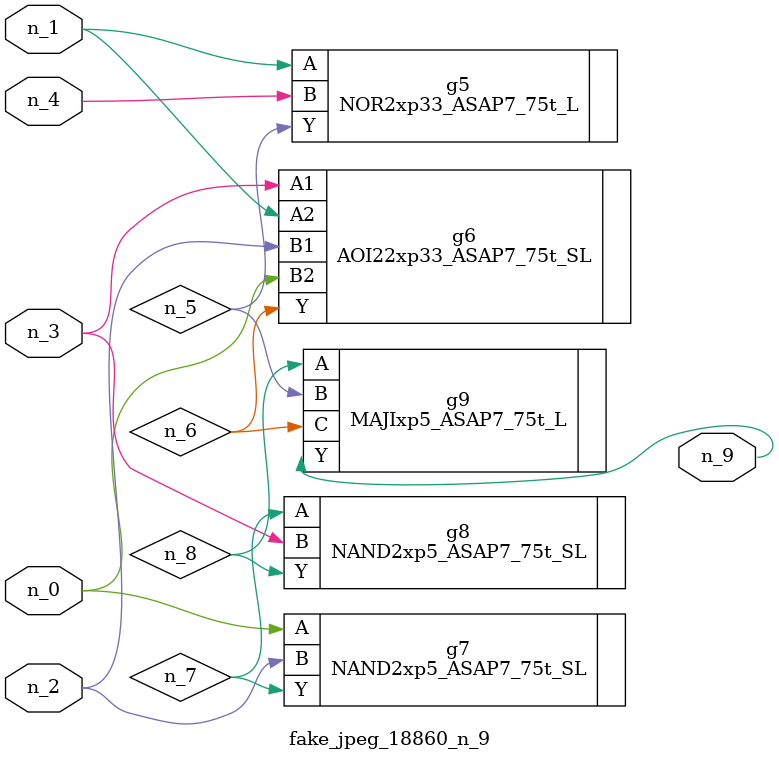
<source format=v>
module fake_jpeg_18860_n_9 (n_3, n_2, n_1, n_0, n_4, n_9);

input n_3;
input n_2;
input n_1;
input n_0;
input n_4;

output n_9;

wire n_8;
wire n_6;
wire n_5;
wire n_7;

NOR2xp33_ASAP7_75t_L g5 ( 
.A(n_1),
.B(n_4),
.Y(n_5)
);

AOI22xp33_ASAP7_75t_SL g6 ( 
.A1(n_3),
.A2(n_1),
.B1(n_2),
.B2(n_0),
.Y(n_6)
);

NAND2xp5_ASAP7_75t_SL g7 ( 
.A(n_0),
.B(n_2),
.Y(n_7)
);

NAND2xp5_ASAP7_75t_SL g8 ( 
.A(n_7),
.B(n_3),
.Y(n_8)
);

MAJIxp5_ASAP7_75t_L g9 ( 
.A(n_8),
.B(n_5),
.C(n_6),
.Y(n_9)
);


endmodule
</source>
